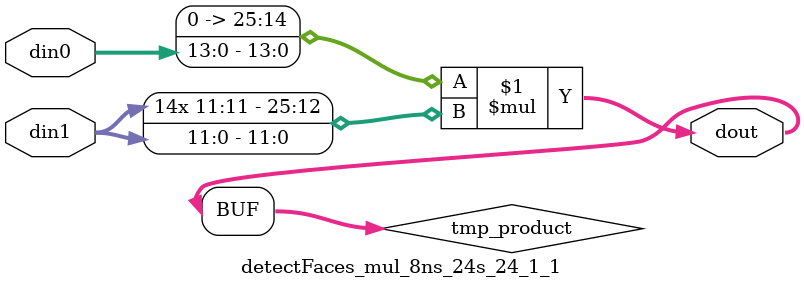
<source format=v>

`timescale 1 ns / 1 ps

 module detectFaces_mul_8ns_24s_24_1_1(din0, din1, dout);
parameter ID = 1;
parameter NUM_STAGE = 0;
parameter din0_WIDTH = 14;
parameter din1_WIDTH = 12;
parameter dout_WIDTH = 26;

input [din0_WIDTH - 1 : 0] din0; 
input [din1_WIDTH - 1 : 0] din1; 
output [dout_WIDTH - 1 : 0] dout;

wire signed [dout_WIDTH - 1 : 0] tmp_product;

























assign tmp_product = $signed({1'b0, din0}) * $signed(din1);










assign dout = tmp_product;





















endmodule

</source>
